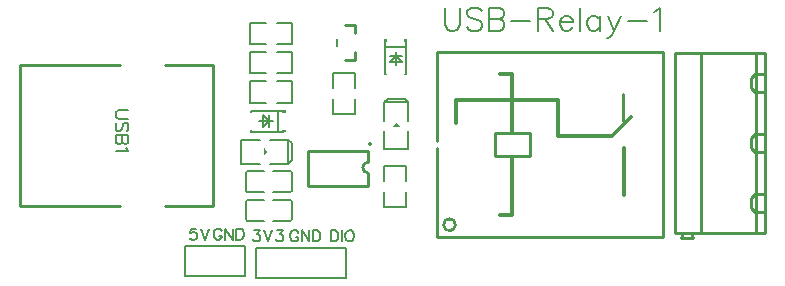
<source format=gto>
G04 Layer: TopSilkscreenLayer*
G04 EasyEDA v6.5.46, 2024-12-21 23:49:30*
G04 8bcf984c9a2246bc867cf991e714a68b,90bc6745850c4897ba40f9b8fad946ce,10*
G04 Gerber Generator version 0.2*
G04 Scale: 100 percent, Rotated: No, Reflected: No *
G04 Dimensions in millimeters *
G04 leading zeros omitted , absolute positions ,4 integer and 5 decimal *
%FSLAX45Y45*%
%MOMM*%

%ADD10C,0.2030*%
%ADD11C,0.1524*%
%ADD12C,0.2000*%
%ADD13C,0.2030*%
%ADD14C,0.2032*%
%ADD15C,0.1500*%
%ADD16C,0.1520*%
%ADD17C,0.2540*%
%ADD18C,0.3000*%
%ADD19C,0.0127*%

%LPD*%
D10*
X2218943Y5904737D02*
G01*
X2268981Y5904737D01*
X2241550Y5868415D01*
X2255265Y5868415D01*
X2264409Y5863844D01*
X2268981Y5859271D01*
X2273554Y5845810D01*
X2273554Y5836665D01*
X2268981Y5822950D01*
X2259838Y5813805D01*
X2246122Y5809234D01*
X2232406Y5809234D01*
X2218943Y5813805D01*
X2214372Y5818378D01*
X2209800Y5827521D01*
X2303525Y5904737D02*
G01*
X2339847Y5809234D01*
X2376170Y5904737D02*
G01*
X2339847Y5809234D01*
X2415286Y5904737D02*
G01*
X2465324Y5904737D01*
X2437891Y5868415D01*
X2451608Y5868415D01*
X2460752Y5863844D01*
X2465324Y5859271D01*
X2469895Y5845810D01*
X2469895Y5836665D01*
X2465324Y5822950D01*
X2456179Y5813805D01*
X2442463Y5809234D01*
X2429002Y5809234D01*
X2415286Y5813805D01*
X2410713Y5818378D01*
X2406141Y5827521D01*
X2595372Y5882131D02*
G01*
X2591054Y5891276D01*
X2581909Y5900165D01*
X2572765Y5904737D01*
X2554477Y5904737D01*
X2545588Y5900165D01*
X2536443Y5891276D01*
X2531872Y5882131D01*
X2527300Y5868415D01*
X2527300Y5845810D01*
X2531872Y5832094D01*
X2536443Y5822950D01*
X2545588Y5813805D01*
X2554477Y5809234D01*
X2572765Y5809234D01*
X2581909Y5813805D01*
X2591054Y5822950D01*
X2595372Y5832094D01*
X2595372Y5845810D01*
X2572765Y5845810D02*
G01*
X2595372Y5845810D01*
X2625597Y5904737D02*
G01*
X2625597Y5809234D01*
X2625597Y5904737D02*
G01*
X2689097Y5809234D01*
X2689097Y5904737D02*
G01*
X2689097Y5809234D01*
X2719070Y5904737D02*
G01*
X2719070Y5809234D01*
X2719070Y5904737D02*
G01*
X2750820Y5904737D01*
X2764536Y5900165D01*
X2773679Y5891276D01*
X2778252Y5882131D01*
X2782824Y5868415D01*
X2782824Y5845810D01*
X2778252Y5832094D01*
X2773679Y5822950D01*
X2764536Y5813805D01*
X2750820Y5809234D01*
X2719070Y5809234D01*
X2870200Y5904737D02*
G01*
X2870200Y5809234D01*
X2870200Y5904737D02*
G01*
X2901950Y5904737D01*
X2915665Y5900165D01*
X2924809Y5891276D01*
X2929381Y5882131D01*
X2933954Y5868415D01*
X2933954Y5845810D01*
X2929381Y5832094D01*
X2924809Y5822950D01*
X2915665Y5813805D01*
X2901950Y5809234D01*
X2870200Y5809234D01*
X2963925Y5904737D02*
G01*
X2963925Y5809234D01*
X3021075Y5904737D02*
G01*
X3011931Y5900165D01*
X3003041Y5891276D01*
X2998470Y5882131D01*
X2993897Y5868415D01*
X2993897Y5845810D01*
X2998470Y5832094D01*
X3003041Y5822950D01*
X3011931Y5813805D01*
X3021075Y5809234D01*
X3039363Y5809234D01*
X3048508Y5813805D01*
X3057397Y5822950D01*
X3061970Y5832094D01*
X3066541Y5845810D01*
X3066541Y5868415D01*
X3061970Y5882131D01*
X3057397Y5891276D01*
X3048508Y5900165D01*
X3039363Y5904737D01*
X3021075Y5904737D01*
X1731010Y5917437D02*
G01*
X1685544Y5917437D01*
X1680971Y5876544D01*
X1685544Y5881115D01*
X1699005Y5885687D01*
X1712721Y5885687D01*
X1726437Y5881115D01*
X1735581Y5871971D01*
X1740154Y5858510D01*
X1740154Y5849365D01*
X1735581Y5835650D01*
X1726437Y5826505D01*
X1712721Y5821934D01*
X1699005Y5821934D01*
X1685544Y5826505D01*
X1680971Y5831078D01*
X1676400Y5840221D01*
X1770126Y5917437D02*
G01*
X1806447Y5821934D01*
X1842770Y5917437D02*
G01*
X1806447Y5821934D01*
X1947672Y5894831D02*
G01*
X1943354Y5903976D01*
X1934209Y5912865D01*
X1925065Y5917437D01*
X1906778Y5917437D01*
X1897887Y5912865D01*
X1888744Y5903976D01*
X1884171Y5894831D01*
X1879600Y5881115D01*
X1879600Y5858510D01*
X1884171Y5844794D01*
X1888744Y5835650D01*
X1897887Y5826505D01*
X1906778Y5821934D01*
X1925065Y5821934D01*
X1934209Y5826505D01*
X1943354Y5835650D01*
X1947672Y5844794D01*
X1947672Y5858510D01*
X1925065Y5858510D02*
G01*
X1947672Y5858510D01*
X1977897Y5917437D02*
G01*
X1977897Y5821934D01*
X1977897Y5917437D02*
G01*
X2041397Y5821934D01*
X2041397Y5917437D02*
G01*
X2041397Y5821934D01*
X2071370Y5917437D02*
G01*
X2071370Y5821934D01*
X2071370Y5917437D02*
G01*
X2103120Y5917437D01*
X2116836Y5912865D01*
X2125979Y5903976D01*
X2130552Y5894831D01*
X2135124Y5881115D01*
X2135124Y5858510D01*
X2130552Y5844794D01*
X2125979Y5835650D01*
X2116836Y5826505D01*
X2103120Y5821934D01*
X2071370Y5821934D01*
X3835400Y7783829D02*
G01*
X3835400Y7647431D01*
X3844543Y7620000D01*
X3862577Y7601965D01*
X3890009Y7592821D01*
X3908043Y7592821D01*
X3935475Y7601965D01*
X3953509Y7620000D01*
X3962654Y7647431D01*
X3962654Y7783829D01*
X4149852Y7756397D02*
G01*
X4131818Y7774686D01*
X4104386Y7783829D01*
X4068063Y7783829D01*
X4040886Y7774686D01*
X4022597Y7756397D01*
X4022597Y7738363D01*
X4031741Y7720076D01*
X4040886Y7710931D01*
X4058920Y7701787D01*
X4113529Y7683754D01*
X4131818Y7674610D01*
X4140961Y7665465D01*
X4149852Y7647431D01*
X4149852Y7620000D01*
X4131818Y7601965D01*
X4104386Y7592821D01*
X4068063Y7592821D01*
X4040886Y7601965D01*
X4022597Y7620000D01*
X4210050Y7783829D02*
G01*
X4210050Y7592821D01*
X4210050Y7783829D02*
G01*
X4291838Y7783829D01*
X4319015Y7774686D01*
X4328159Y7765542D01*
X4337304Y7747254D01*
X4337304Y7729220D01*
X4328159Y7710931D01*
X4319015Y7701787D01*
X4291838Y7692897D01*
X4210050Y7692897D02*
G01*
X4291838Y7692897D01*
X4319015Y7683754D01*
X4328159Y7674610D01*
X4337304Y7656321D01*
X4337304Y7629144D01*
X4328159Y7611110D01*
X4319015Y7601965D01*
X4291838Y7592821D01*
X4210050Y7592821D01*
X4397247Y7674610D02*
G01*
X4560824Y7674610D01*
X4620768Y7783829D02*
G01*
X4620768Y7592821D01*
X4620768Y7783829D02*
G01*
X4702556Y7783829D01*
X4729988Y7774686D01*
X4739131Y7765542D01*
X4748022Y7747254D01*
X4748022Y7729220D01*
X4739131Y7710931D01*
X4729988Y7701787D01*
X4702556Y7692897D01*
X4620768Y7692897D01*
X4684522Y7692897D02*
G01*
X4748022Y7592821D01*
X4808220Y7665465D02*
G01*
X4917186Y7665465D01*
X4917186Y7683754D01*
X4908041Y7701787D01*
X4899152Y7710931D01*
X4880863Y7720076D01*
X4853686Y7720076D01*
X4835397Y7710931D01*
X4817109Y7692897D01*
X4808220Y7665465D01*
X4808220Y7647431D01*
X4817109Y7620000D01*
X4835397Y7601965D01*
X4853686Y7592821D01*
X4880863Y7592821D01*
X4899152Y7601965D01*
X4917186Y7620000D01*
X4977129Y7783829D02*
G01*
X4977129Y7592821D01*
X5146293Y7720076D02*
G01*
X5146293Y7592821D01*
X5146293Y7692897D02*
G01*
X5128006Y7710931D01*
X5109972Y7720076D01*
X5082793Y7720076D01*
X5064506Y7710931D01*
X5046218Y7692897D01*
X5037327Y7665465D01*
X5037327Y7647431D01*
X5046218Y7620000D01*
X5064506Y7601965D01*
X5082793Y7592821D01*
X5109972Y7592821D01*
X5128006Y7601965D01*
X5146293Y7620000D01*
X5215381Y7720076D02*
G01*
X5269991Y7592821D01*
X5324602Y7720076D02*
G01*
X5269991Y7592821D01*
X5251704Y7556500D01*
X5233670Y7538212D01*
X5215381Y7529068D01*
X5206238Y7529068D01*
X5384545Y7674610D02*
G01*
X5548122Y7674610D01*
X5608065Y7747254D02*
G01*
X5626354Y7756397D01*
X5653531Y7783829D01*
X5653531Y7592821D01*
D11*
X1156715Y6921500D02*
G01*
X1078737Y6921500D01*
X1063244Y6916420D01*
X1052829Y6906005D01*
X1047750Y6890258D01*
X1047750Y6879844D01*
X1052829Y6864350D01*
X1063244Y6853936D01*
X1078737Y6848855D01*
X1156715Y6848855D01*
X1141221Y6741668D02*
G01*
X1151636Y6752081D01*
X1156715Y6767829D01*
X1156715Y6788404D01*
X1151636Y6804152D01*
X1141221Y6814565D01*
X1130807Y6814565D01*
X1120394Y6809231D01*
X1115060Y6804152D01*
X1109979Y6793737D01*
X1099565Y6762495D01*
X1094486Y6752081D01*
X1089152Y6747002D01*
X1078737Y6741668D01*
X1063244Y6741668D01*
X1052829Y6752081D01*
X1047750Y6767829D01*
X1047750Y6788404D01*
X1052829Y6804152D01*
X1063244Y6814565D01*
X1156715Y6707378D02*
G01*
X1047750Y6707378D01*
X1156715Y6707378D02*
G01*
X1156715Y6660642D01*
X1151636Y6645147D01*
X1146302Y6639813D01*
X1135887Y6634734D01*
X1125473Y6634734D01*
X1115060Y6639813D01*
X1109979Y6645147D01*
X1104900Y6660642D01*
X1104900Y6707378D02*
G01*
X1104900Y6660642D01*
X1099565Y6645147D01*
X1094486Y6639813D01*
X1084071Y6634734D01*
X1068323Y6634734D01*
X1057910Y6639813D01*
X1052829Y6645147D01*
X1047750Y6660642D01*
X1047750Y6707378D01*
X1135887Y6600444D02*
G01*
X1141221Y6590029D01*
X1156715Y6574536D01*
X1047750Y6574536D01*
G36*
X3424580Y6807250D02*
G01*
X3384550Y6777278D01*
X3464560Y6777228D01*
G37*
G36*
X2301544Y6607809D02*
G01*
X2301494Y6527800D01*
X2331516Y6567779D01*
G37*
G36*
X2459888Y6921398D02*
G01*
X2459888Y6896150D01*
X2489911Y6896150D01*
X2489911Y6921195D01*
G37*
G36*
X2459888Y6756196D02*
G01*
X2459888Y6730949D01*
X2489911Y6731152D01*
X2489911Y6756196D01*
G37*
G36*
X3324809Y7526020D02*
G01*
X3324555Y7495997D01*
X3349802Y7495997D01*
X3349802Y7526020D01*
G37*
G36*
X3489807Y7526020D02*
G01*
X3489807Y7495997D01*
X3515055Y7495997D01*
X3514801Y7526020D01*
G37*
X2526047Y6404800D02*
G01*
X2385047Y6404800D01*
X2385047Y6224079D02*
G01*
X2526047Y6224079D01*
X2541287Y6239319D02*
G01*
X2541287Y6389560D01*
X2163808Y6404800D02*
G01*
X2304808Y6404800D01*
X2304808Y6224079D02*
G01*
X2163808Y6224079D01*
X2148568Y6239319D02*
G01*
X2148568Y6389560D01*
D12*
X3324555Y6827260D02*
G01*
X3324555Y6987260D01*
X3524554Y6987260D01*
X3524554Y6827260D01*
X3524554Y6747261D02*
G01*
X3524554Y6587261D01*
X3324555Y6587261D01*
X3324555Y6747261D01*
X3324555Y6987260D02*
G01*
X3324555Y6987260D01*
X3354555Y7017260D01*
X3494554Y7017260D01*
X3494554Y7017260D01*
X3524554Y6987260D01*
X2351526Y6667804D02*
G01*
X2511526Y6667804D01*
X2511526Y6467805D01*
X2351526Y6467805D01*
X2271527Y6467805D02*
G01*
X2111527Y6467805D01*
X2111527Y6667804D01*
X2271527Y6667804D01*
X2511526Y6667804D02*
G01*
X2511526Y6667804D01*
X2541526Y6637804D01*
X2541526Y6497805D01*
X2541526Y6497805D01*
X2511526Y6467805D01*
D13*
X1638300Y5511800D02*
G01*
X1955800Y5511800D01*
D14*
X1638300Y5511800D02*
G01*
X1638300Y5765800D01*
X2146300Y5765800D01*
X2146300Y5511800D01*
X1955800Y5511800D01*
X2425700Y5753100D02*
G01*
X2235200Y5753100D01*
X2235200Y5499100D01*
X2997200Y5499100D01*
X2997200Y5753100D01*
D13*
X2997200Y5753100D02*
G01*
X2425700Y5753100D01*
D11*
X2317628Y7660909D02*
G01*
X2189134Y7660909D01*
X2189134Y7477490D01*
X2317628Y7477490D01*
X2412867Y7660909D02*
G01*
X2541361Y7660909D01*
X2541361Y7477490D01*
X2412867Y7477490D01*
X2892790Y7013580D02*
G01*
X2892790Y6885086D01*
X3076209Y6885086D01*
X3076209Y7013580D01*
X2892790Y7108819D02*
G01*
X2892790Y7237313D01*
X3076209Y7237313D01*
X3076209Y7108819D01*
X2526167Y6160960D02*
G01*
X2385166Y6160960D01*
X2385166Y5980239D02*
G01*
X2526167Y5980239D01*
X2541407Y5995479D02*
G01*
X2541407Y6145720D01*
X2163927Y6160960D02*
G01*
X2304928Y6160960D01*
X2304928Y5980239D02*
G01*
X2163927Y5980239D01*
X2148687Y5995479D02*
G01*
X2148687Y6145720D01*
D15*
X2379891Y6826163D02*
G01*
X2264890Y6826163D01*
X2344089Y6851563D02*
G01*
X2344089Y6800763D01*
X2344089Y6775363D02*
G01*
X2344089Y6876963D01*
X2344089Y6826163D02*
G01*
X2293289Y6876963D01*
X2293289Y6876963D02*
G01*
X2293289Y6775363D01*
X2344089Y6826163D02*
G01*
X2293289Y6775363D01*
D16*
X2192276Y6904187D02*
G01*
X2192276Y6913796D01*
X2192276Y6738551D02*
G01*
X2192276Y6748160D01*
D11*
X2467521Y6738551D02*
G01*
X2192276Y6738551D01*
X2467521Y6913796D02*
G01*
X2192276Y6913796D01*
X2421577Y6738551D02*
G01*
X2421577Y6913796D01*
D17*
X3187700Y6388003D02*
G01*
X3187700Y6281394D01*
X2677159Y6281394D01*
X2677159Y6573494D01*
X3182620Y6573494D01*
X3185159Y6573494D01*
X3185159Y6479514D01*
X2993390Y7638999D02*
G01*
X3074898Y7638999D01*
X3074898Y7573010D01*
X3074898Y7412989D02*
G01*
X3074898Y7347000D01*
X3074898Y7412989D01*
X3074898Y7347000D01*
X2993390Y7347000D01*
D12*
X2919907Y7522997D02*
G01*
X2919907Y7463002D01*
D11*
X2412908Y7230991D02*
G01*
X2541402Y7230991D01*
X2541402Y7414409D01*
X2412908Y7414409D01*
X2317668Y7230991D02*
G01*
X2189175Y7230991D01*
X2189175Y7414409D01*
X2317668Y7414409D01*
X2317668Y7167913D02*
G01*
X2189175Y7167913D01*
X2189175Y6984494D01*
X2317668Y6984494D01*
X2412908Y7167913D02*
G01*
X2541402Y7167913D01*
X2541402Y6984494D01*
X2412908Y6984494D01*
D17*
X1087696Y6105601D02*
G01*
X240802Y6105601D01*
X1870798Y6105601D02*
G01*
X1463901Y6105601D01*
X1087696Y7305598D02*
G01*
X240802Y7305598D01*
X1870798Y7305598D02*
G01*
X1463901Y7305598D01*
X240802Y6105601D02*
G01*
X240802Y7305598D01*
X1870798Y6105601D02*
G01*
X1870798Y7305598D01*
D15*
X3419810Y7415999D02*
G01*
X3419810Y7300998D01*
X3394410Y7380198D02*
G01*
X3445210Y7380198D01*
X3470610Y7380198D02*
G01*
X3369010Y7380198D01*
X3419810Y7380198D02*
G01*
X3369010Y7329398D01*
X3369010Y7329398D02*
G01*
X3470610Y7329398D01*
X3419810Y7380198D02*
G01*
X3470610Y7329398D01*
D16*
X3341786Y7228385D02*
G01*
X3332177Y7228385D01*
X3507422Y7228385D02*
G01*
X3497813Y7228385D01*
D11*
X3507422Y7503629D02*
G01*
X3507422Y7228385D01*
X3332177Y7503629D02*
G01*
X3332177Y7228385D01*
X3507422Y7457686D02*
G01*
X3332177Y7457686D01*
D17*
X6547385Y6211100D02*
G01*
X6461541Y6211100D01*
X6425468Y6175032D01*
X6425468Y6091974D01*
X6547385Y6055657D02*
G01*
X6461536Y6055657D01*
X6425468Y6091725D01*
X6425468Y6174783D01*
X6547391Y6719097D02*
G01*
X6461546Y6719097D01*
X6425473Y6683032D01*
X6425473Y6599974D01*
X6547391Y6563659D02*
G01*
X6461541Y6563659D01*
X6425473Y6599722D01*
X6425473Y6682780D01*
X6547385Y7071644D02*
G01*
X6461536Y7071644D01*
X6425468Y7107712D01*
X6425468Y7190770D01*
X6547385Y7227087D02*
G01*
X6461541Y7227087D01*
X6425468Y7191019D01*
X6425468Y7107961D01*
X6470185Y5880084D02*
G01*
X6470185Y7404087D01*
X5855759Y5880087D02*
G01*
X5838395Y5840089D01*
X5938390Y5840089D01*
X5918702Y5880087D01*
X5788393Y5880084D02*
G01*
X5788393Y7404087D01*
X5788393Y5880087D02*
G01*
X6548391Y5880087D01*
X5788393Y7404087D02*
G01*
X6548391Y7404087D01*
X6548391Y5880084D02*
G01*
X6548391Y7404087D01*
X6008311Y5880084D02*
G01*
X6008311Y7404087D01*
D11*
X3508001Y6321407D02*
G01*
X3508001Y6449900D01*
X3324583Y6449900D01*
X3324583Y6321407D01*
X3508001Y6226167D02*
G01*
X3508001Y6097673D01*
X3324583Y6097673D01*
X3324583Y6226167D01*
D18*
X4406292Y6734472D02*
G01*
X4406292Y7229386D01*
X4406292Y6029388D02*
G01*
X4406292Y6524261D01*
X4406292Y6029391D02*
G01*
X4304504Y6029388D01*
X4406292Y7229383D02*
G01*
X4304504Y7229386D01*
X5352331Y6203683D02*
G01*
X5352331Y6598145D01*
X5250502Y6699491D02*
G01*
X5415551Y6860273D01*
X3932318Y6809386D02*
G01*
X3932318Y7002106D01*
X4795918Y7002106D01*
X4795918Y6702107D01*
X4798331Y6699691D01*
X5199931Y6699691D01*
X5250731Y6699691D01*
D17*
X5685602Y5849388D02*
G01*
X3765590Y5849388D01*
X5685589Y7409390D02*
G01*
X3765577Y7409390D01*
X5685591Y5849386D02*
G01*
X5685591Y7409388D01*
X5345422Y7054075D02*
G01*
X5345422Y6831317D01*
X3765577Y7409390D02*
G01*
X3765577Y6658856D01*
X3765577Y6599918D02*
G01*
X3765577Y5849388D01*
X4257997Y6729387D02*
G01*
X4557996Y6729387D01*
X4557996Y6529387D01*
X4257997Y6529387D01*
X4257997Y6729387D01*
D11*
G75*
G01*
X2526048Y6224080D02*
G03*
X2541288Y6239319I0J15239D01*
G75*
G01*
X2541288Y6389560D02*
G03*
X2526048Y6404800I-15240J0D01*
G75*
G01*
X2163808Y6224080D02*
G02*
X2148568Y6239319I0J15239D01*
G75*
G01*
X2148568Y6389560D02*
G02*
X2163808Y6404800I15240J0D01*
G75*
G01*
X2526167Y5980240D02*
G03*
X2541407Y5995480I0J15240D01*
G75*
G01*
X2541407Y6145720D02*
G03*
X2526167Y6160960I-15240J0D01*
G75*
G01*
X2163928Y5980240D02*
G02*
X2148688Y5995480I0J15240D01*
G75*
G01*
X2148688Y6145720D02*
G02*
X2163928Y6160960I15240J0D01*
D17*
G75*
G01*
X3185160Y6479515D02*
G03*
X3187700Y6388003I2551J-45720D01*
G75*
G01
X3208426Y6634455D02*
G03X3208426Y6634455I-8026J0D01*
G75*
G01
X3925519Y5949366D02*
G03X3925519Y5949366I-50013J0D01*
M02*

</source>
